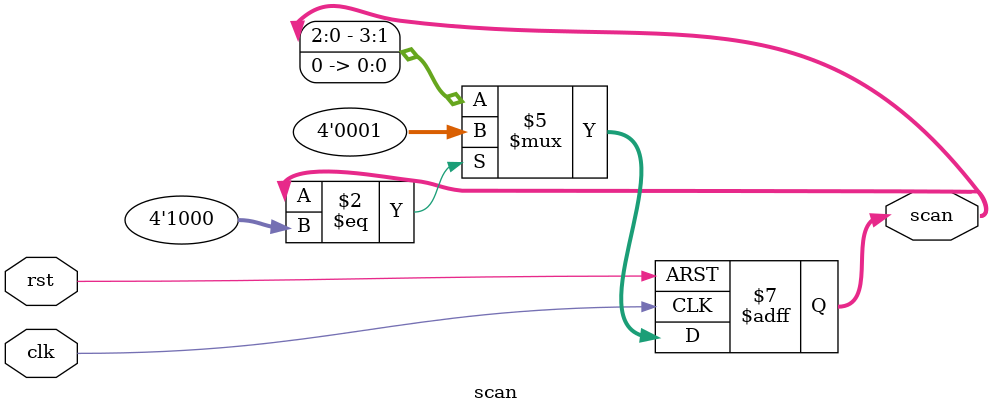
<source format=v>
`timescale 1ns / 1ps


//¿é¥Xscan¡A¥Î¨Ó¨M©w¨Ï¥Îªº¤C¬qÅã¥Ü¾¹
//scan¬°0001,0010,0100,1000(1,2,4,8)

module scan (
    scan, clk, rst
);
    input clk, rst;
    output [3:0] scan;
    reg [3:0] scan;

//    always @(*)
//    begin
//        if (rst)
//            scan <= 4'b1;
//        else if (scan == 4'd2)
//            scan <= 4'd4;
//        else if (scan == 4'd4)
//            scan <= 4'd8;
//        else
//            scan <= 4'd1;
//    end

    always @(posedge clk or posedge rst)
    begin
        if (rst)
            scan <= 4'b1;
        else if (scan == 4'd8)
            scan <= 4'd1;
        else
            // ÅÞ¿è¥ª²¾
            scan <= (scan<<1);
    end
    
endmodule

</source>
